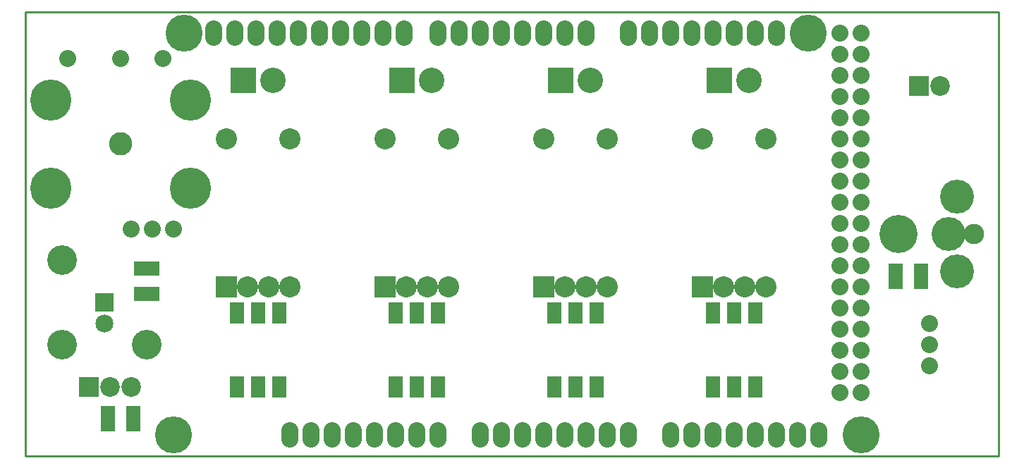
<source format=gbs>
G04 (created by PCBNEW (2013-jul-07)-stable) date Wed 28 May 2014 04:19:17 PM EDT*
%MOIN*%
G04 Gerber Fmt 3.4, Leading zero omitted, Abs format*
%FSLAX34Y34*%
G01*
G70*
G90*
G04 APERTURE LIST*
%ADD10C,0.00590551*%
%ADD11C,0.009*%
%ADD12C,0.175*%
%ADD13O,0.08X0.12*%
%ADD14C,0.08*%
%ADD15R,0.07X0.1*%
%ADD16C,0.096*%
%ADD17C,0.16*%
%ADD18C,0.18*%
%ADD19R,0.12X0.12*%
%ADD20C,0.12*%
%ADD21R,0.1X0.1*%
%ADD22C,0.1*%
%ADD23R,0.07X0.12*%
%ADD24R,0.12X0.07*%
%ADD25C,0.093*%
%ADD26R,0.093X0.093*%
%ADD27C,0.11*%
%ADD28C,0.195*%
%ADD29C,0.14*%
%ADD30R,0.085X0.085*%
%ADD31C,0.085*%
G04 APERTURE END LIST*
G54D10*
G54D11*
X89500Y-51500D02*
X43500Y-51500D01*
X43500Y-30500D02*
X89500Y-30500D01*
X43500Y-30500D02*
X43500Y-51500D01*
X89500Y-51500D02*
X89500Y-30500D01*
G54D12*
X50500Y-50500D03*
X51000Y-31500D03*
X83000Y-50500D03*
X80500Y-31500D03*
G54D13*
X56000Y-50500D03*
X57000Y-50500D03*
X58000Y-50500D03*
X59000Y-50500D03*
X60000Y-50500D03*
X61000Y-50500D03*
X62000Y-50500D03*
X63000Y-50500D03*
X65000Y-50500D03*
X66000Y-50500D03*
X67000Y-50500D03*
X68000Y-50500D03*
X69000Y-50500D03*
X70000Y-50500D03*
X71000Y-50500D03*
X72000Y-50500D03*
X74000Y-50500D03*
X75000Y-50500D03*
X76000Y-50500D03*
X77000Y-50500D03*
X78000Y-50500D03*
X79000Y-50500D03*
X80000Y-50500D03*
X81000Y-50500D03*
X52400Y-31500D03*
X53400Y-31500D03*
X54400Y-31500D03*
X55400Y-31500D03*
X56400Y-31500D03*
X57400Y-31500D03*
X58400Y-31500D03*
X59400Y-31500D03*
X60400Y-31500D03*
X61400Y-31500D03*
X63000Y-31500D03*
X70000Y-31500D03*
X69000Y-31500D03*
X68000Y-31500D03*
X67000Y-31500D03*
X66000Y-31500D03*
X65000Y-31500D03*
X64000Y-31500D03*
X72000Y-31500D03*
X73000Y-31500D03*
X74000Y-31500D03*
X75000Y-31500D03*
X76000Y-31500D03*
X77000Y-31500D03*
X78000Y-31500D03*
X79000Y-31500D03*
G54D14*
X82000Y-31500D03*
X83000Y-31500D03*
X82000Y-32500D03*
X83000Y-32500D03*
X82000Y-33500D03*
X83000Y-33500D03*
X82000Y-34500D03*
X83000Y-34500D03*
X82000Y-35500D03*
X83000Y-35500D03*
X82000Y-36500D03*
X83000Y-36500D03*
X82000Y-37500D03*
X83000Y-37500D03*
X82000Y-38500D03*
X83000Y-38500D03*
X82000Y-39500D03*
X83000Y-39500D03*
X82000Y-40500D03*
X83000Y-40500D03*
X82000Y-41500D03*
X83000Y-41500D03*
X82000Y-42500D03*
X83000Y-42500D03*
X82000Y-43500D03*
X83000Y-43500D03*
X82000Y-44500D03*
X83000Y-44500D03*
X82000Y-45500D03*
X83000Y-45500D03*
X82000Y-46500D03*
X83000Y-46500D03*
X82000Y-47500D03*
X83000Y-47500D03*
X82000Y-48500D03*
X83000Y-48500D03*
G54D15*
X70500Y-48250D03*
X69500Y-48250D03*
X68500Y-48250D03*
X68500Y-44750D03*
X69500Y-44750D03*
X70500Y-44750D03*
X78000Y-48250D03*
X77000Y-48250D03*
X76000Y-48250D03*
X76000Y-44750D03*
X77000Y-44750D03*
X78000Y-44750D03*
G54D16*
X88320Y-41000D03*
G54D17*
X87140Y-41000D03*
G54D18*
X84780Y-41000D03*
G54D17*
X87530Y-39230D03*
X87530Y-42770D03*
G54D15*
X55500Y-48250D03*
X54500Y-48250D03*
X53500Y-48250D03*
X53500Y-44750D03*
X54500Y-44750D03*
X55500Y-44750D03*
X63000Y-48250D03*
X62000Y-48250D03*
X61000Y-48250D03*
X61000Y-44750D03*
X62000Y-44750D03*
X63000Y-44750D03*
G54D19*
X76311Y-33750D03*
G54D20*
X77689Y-33750D03*
G54D19*
X68811Y-33750D03*
G54D20*
X70189Y-33750D03*
G54D19*
X61311Y-33750D03*
G54D20*
X62689Y-33750D03*
G54D19*
X53811Y-33750D03*
G54D20*
X55189Y-33750D03*
G54D21*
X75500Y-43500D03*
G54D22*
X76500Y-43500D03*
X77500Y-43500D03*
X78500Y-43500D03*
X78500Y-36500D03*
X75500Y-36500D03*
G54D21*
X68000Y-43500D03*
G54D22*
X69000Y-43500D03*
X70000Y-43500D03*
X71000Y-43500D03*
X71000Y-36500D03*
X68000Y-36500D03*
G54D21*
X60500Y-43500D03*
G54D22*
X61500Y-43500D03*
X62500Y-43500D03*
X63500Y-43500D03*
X63500Y-36500D03*
X60500Y-36500D03*
G54D21*
X53000Y-43500D03*
G54D22*
X54000Y-43500D03*
X55000Y-43500D03*
X56000Y-43500D03*
X56000Y-36500D03*
X53000Y-36500D03*
G54D23*
X84650Y-43000D03*
X85850Y-43000D03*
X48600Y-49750D03*
X47400Y-49750D03*
G54D24*
X49250Y-43850D03*
X49250Y-42650D03*
G54D25*
X47500Y-48250D03*
X48500Y-48250D03*
G54D26*
X46500Y-48250D03*
G54D25*
X86750Y-34000D03*
G54D26*
X85750Y-34000D03*
G54D27*
X48000Y-36750D03*
G54D14*
X50500Y-40780D03*
X49500Y-40780D03*
X48500Y-40780D03*
X50000Y-32720D03*
X48000Y-32720D03*
X45500Y-32720D03*
G54D28*
X51300Y-34670D03*
X51300Y-38830D03*
X44700Y-34670D03*
X44700Y-38830D03*
G54D14*
X86250Y-46250D03*
X86250Y-45250D03*
X86250Y-47250D03*
G54D29*
X45250Y-46250D03*
X45250Y-42250D03*
G54D30*
X47250Y-44250D03*
G54D31*
X47250Y-45250D03*
G54D29*
X49250Y-46250D03*
M02*

</source>
